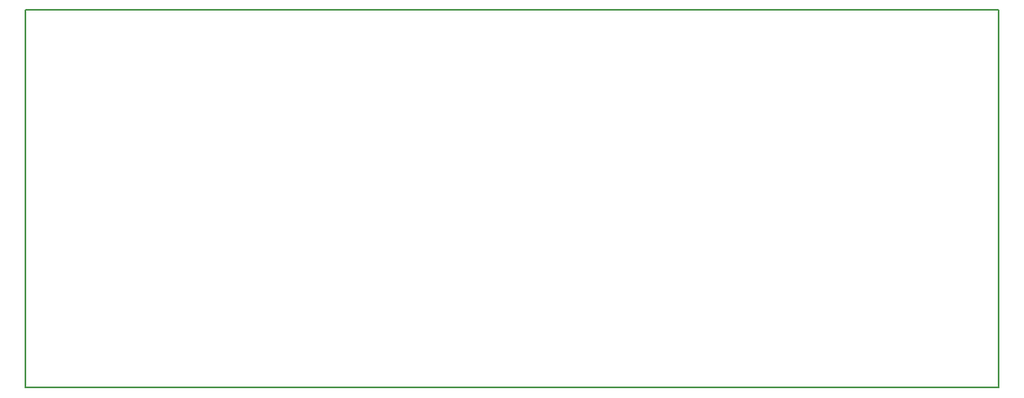
<source format=gbo>
G04 MADE WITH FRITZING*
G04 WWW.FRITZING.ORG*
G04 DOUBLE SIDED*
G04 HOLES PLATED*
G04 CONTOUR ON CENTER OF CONTOUR VECTOR*
%ASAXBY*%
%FSLAX23Y23*%
%MOIN*%
%OFA0B0*%
%SFA1.0B1.0*%
%ADD10R,3.968590X1.547150X3.952590X1.531150*%
%ADD11C,0.008000*%
%LNSILK0*%
G90*
G70*
G54D11*
X4Y1543D02*
X3965Y1543D01*
X3965Y4D01*
X4Y4D01*
X4Y1543D01*
D02*
G04 End of Silk0*
M02*
</source>
